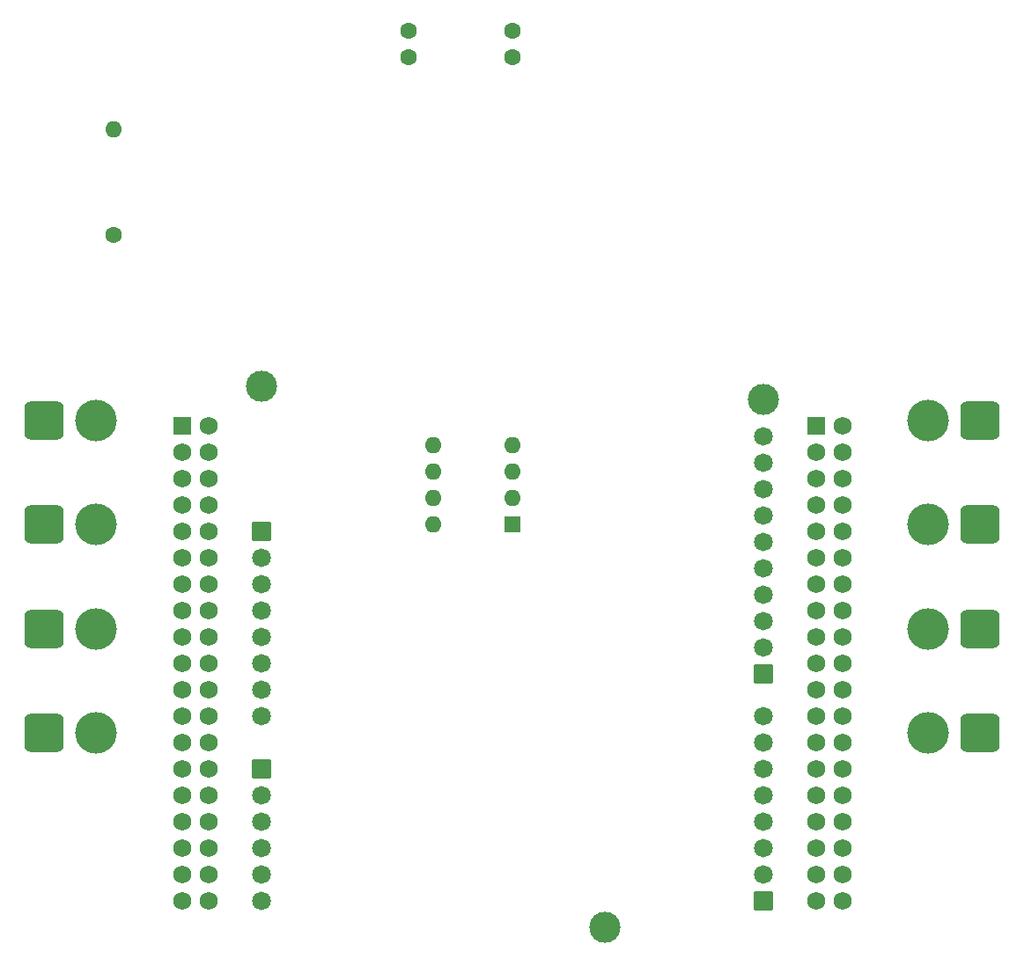
<source format=gbr>
%TF.GenerationSoftware,KiCad,Pcbnew,8.0.6-8.0.6-0~ubuntu22.04.1*%
%TF.CreationDate,2024-12-10T00:27:54+09:00*%
%TF.ProjectId,FastCANDriver,46617374-4341-44e4-9472-697665722e6b,rev?*%
%TF.SameCoordinates,Original*%
%TF.FileFunction,Soldermask,Bot*%
%TF.FilePolarity,Negative*%
%FSLAX46Y46*%
G04 Gerber Fmt 4.6, Leading zero omitted, Abs format (unit mm)*
G04 Created by KiCad (PCBNEW 8.0.6-8.0.6-0~ubuntu22.04.1) date 2024-12-10 00:27:54*
%MOMM*%
%LPD*%
G01*
G04 APERTURE LIST*
G04 Aperture macros list*
%AMRoundRect*
0 Rectangle with rounded corners*
0 $1 Rounding radius*
0 $2 $3 $4 $5 $6 $7 $8 $9 X,Y pos of 4 corners*
0 Add a 4 corners polygon primitive as box body*
4,1,4,$2,$3,$4,$5,$6,$7,$8,$9,$2,$3,0*
0 Add four circle primitives for the rounded corners*
1,1,$1+$1,$2,$3*
1,1,$1+$1,$4,$5*
1,1,$1+$1,$6,$7*
1,1,$1+$1,$8,$9*
0 Add four rect primitives between the rounded corners*
20,1,$1+$1,$2,$3,$4,$5,0*
20,1,$1+$1,$4,$5,$6,$7,0*
20,1,$1+$1,$6,$7,$8,$9,0*
20,1,$1+$1,$8,$9,$2,$3,0*%
G04 Aperture macros list end*
%ADD10C,1.600000*%
%ADD11RoundRect,0.760000X-1.140000X-1.140000X1.140000X-1.140000X1.140000X1.140000X-1.140000X1.140000X0*%
%ADD12C,4.000000*%
%ADD13RoundRect,0.760000X1.140000X1.140000X-1.140000X1.140000X-1.140000X-1.140000X1.140000X-1.140000X0*%
%ADD14R,1.600000X1.600000*%
%ADD15O,1.600000X1.600000*%
%ADD16C,3.000000*%
%ADD17RoundRect,0.102000X-0.802500X-0.802500X0.802500X-0.802500X0.802500X0.802500X-0.802500X0.802500X0*%
%ADD18C,1.809000*%
%ADD19RoundRect,0.102000X-0.765000X-0.765000X0.765000X-0.765000X0.765000X0.765000X-0.765000X0.765000X0*%
%ADD20C,1.734000*%
G04 APERTURE END LIST*
D10*
%TO.C,0.1\u03BCF*%
X150000000Y-55000000D03*
X150000000Y-52500000D03*
%TD*%
D11*
%TO.C,J4*%
X105000000Y-120000000D03*
D12*
X110000000Y-120000000D03*
%TD*%
D10*
%TO.C,0.1\u03BCF*%
X140000000Y-55000000D03*
X140000000Y-52500000D03*
%TD*%
D11*
%TO.C,J2*%
X105000000Y-100000000D03*
D12*
X110000000Y-100000000D03*
%TD*%
D13*
%TO.C,J8*%
X195000000Y-90000000D03*
D12*
X190000000Y-90000000D03*
%TD*%
D14*
%TO.C,MCP2562*%
X150000000Y-100000000D03*
D15*
X150000000Y-97460000D03*
X150000000Y-94920000D03*
X150000000Y-92380000D03*
X142380000Y-92380000D03*
X142380000Y-94920000D03*
X142380000Y-97460000D03*
X142380000Y-100000000D03*
%TD*%
D10*
%TO.C,120\u03A9*%
X111700000Y-72080000D03*
D15*
X111700000Y-61920000D03*
%TD*%
D11*
%TO.C,J1*%
X105000000Y-90000000D03*
D12*
X110000000Y-90000000D03*
%TD*%
D13*
%TO.C,J7*%
X195000000Y-100000000D03*
D12*
X190000000Y-100000000D03*
%TD*%
D16*
%TO.C,U3*%
X125870000Y-86680000D03*
X158890000Y-138750000D03*
X174130000Y-87950000D03*
D17*
X174130000Y-114370000D03*
D18*
X174130000Y-111830000D03*
X174130000Y-109290000D03*
X174130000Y-106750000D03*
X174130000Y-104210000D03*
X174130000Y-101670000D03*
X174130000Y-99130000D03*
X174130000Y-96590000D03*
X174130000Y-94050000D03*
X174130000Y-91510000D03*
D17*
X125870000Y-100650000D03*
D18*
X125870000Y-103190000D03*
X125870000Y-105730000D03*
X125870000Y-108270000D03*
X125870000Y-110810000D03*
X125870000Y-113350000D03*
X125870000Y-115890000D03*
X125870000Y-118430000D03*
D19*
X118250000Y-90490000D03*
D20*
X120790000Y-90490000D03*
X118250000Y-93030000D03*
X120790000Y-93030000D03*
X118250000Y-95570000D03*
X120790000Y-95570000D03*
X118250000Y-98110000D03*
X120790000Y-98110000D03*
X118250000Y-100650000D03*
X120790000Y-100650000D03*
X118250000Y-103190000D03*
X120790000Y-103190000D03*
X118250000Y-105730000D03*
X120790000Y-105730000D03*
X118250000Y-108270000D03*
X120790000Y-108270000D03*
X118250000Y-110810000D03*
X120790000Y-110810000D03*
X118250000Y-113350000D03*
X120790000Y-113350000D03*
X118250000Y-115890000D03*
X120790000Y-115890000D03*
X118250000Y-118430000D03*
X120790000Y-118430000D03*
X118250000Y-120970000D03*
X120790000Y-120970000D03*
X118250000Y-123510000D03*
X120790000Y-123510000D03*
X118250000Y-126050000D03*
X120790000Y-126050000D03*
X118250000Y-128590000D03*
X120790000Y-128590000D03*
X118250000Y-131130000D03*
X120790000Y-131130000D03*
X118250000Y-133670000D03*
X120790000Y-133670000D03*
X118250000Y-136210000D03*
X120790000Y-136210000D03*
D17*
X125870000Y-123510000D03*
D18*
X125870000Y-126050000D03*
X125870000Y-128590000D03*
X125870000Y-131130000D03*
X125870000Y-133670000D03*
X125870000Y-136210000D03*
D17*
X174130000Y-136210000D03*
D18*
X174130000Y-133670000D03*
X174130000Y-131130000D03*
X174130000Y-128590000D03*
X174130000Y-126050000D03*
X174130000Y-123510000D03*
X174130000Y-120970000D03*
X174130000Y-118430000D03*
D19*
X179210000Y-90490000D03*
D20*
X181750000Y-90490000D03*
X179210000Y-93030000D03*
X181750000Y-93030000D03*
X179210000Y-95570000D03*
X181750000Y-95570000D03*
X179210000Y-98110000D03*
X181750000Y-98110000D03*
X179210000Y-100650000D03*
X181750000Y-100650000D03*
X179210000Y-103190000D03*
X181750000Y-103190000D03*
X179210000Y-105730000D03*
X181750000Y-105730000D03*
X179210000Y-108270000D03*
X181750000Y-108270000D03*
X179210000Y-110810000D03*
X181750000Y-110810000D03*
X179210000Y-113350000D03*
X181750000Y-113350000D03*
X179210000Y-115890000D03*
X181750000Y-115890000D03*
X179210000Y-118430000D03*
X181750000Y-118430000D03*
X179210000Y-120970000D03*
X181750000Y-120970000D03*
X179210000Y-123510000D03*
X181750000Y-123510000D03*
X179210000Y-126050000D03*
X181750000Y-126050000D03*
X179210000Y-128590000D03*
X181750000Y-128590000D03*
X179210000Y-131130000D03*
X181750000Y-131130000D03*
X179210000Y-133670000D03*
X181750000Y-133670000D03*
X179210000Y-136210000D03*
X181750000Y-136210000D03*
%TD*%
D13*
%TO.C,J5*%
X195000000Y-120000000D03*
D12*
X190000000Y-120000000D03*
%TD*%
D13*
%TO.C,J6*%
X195000000Y-110000000D03*
D12*
X190000000Y-110000000D03*
%TD*%
D11*
%TO.C,J3*%
X105000000Y-110000000D03*
D12*
X110000000Y-110000000D03*
%TD*%
M02*

</source>
